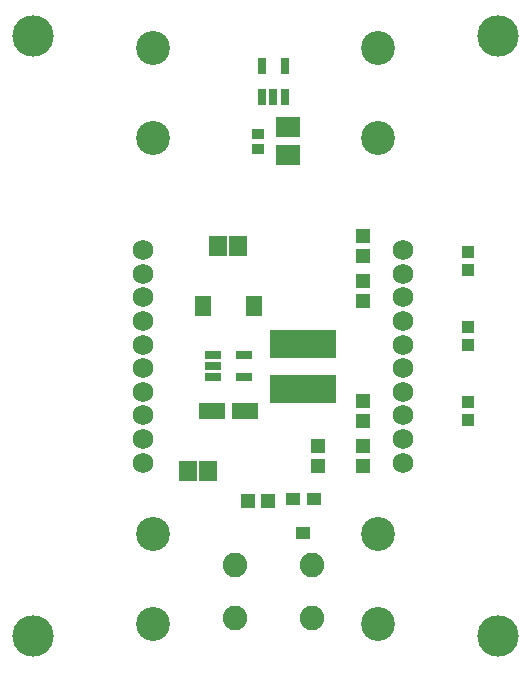
<source format=gts>
G75*
G70*
%OFA0B0*%
%FSLAX24Y24*%
%IPPOS*%
%LPD*%
%AMOC8*
5,1,8,0,0,1.08239X$1,22.5*
%
%ADD10C,0.0680*%
%ADD11R,0.0592X0.0671*%
%ADD12R,0.0580X0.0659*%
%ADD13R,0.2245X0.0926*%
%ADD14R,0.0552X0.0297*%
%ADD15R,0.0867X0.0552*%
%ADD16C,0.1130*%
%ADD17R,0.0297X0.0552*%
%ADD18R,0.0434X0.0356*%
%ADD19R,0.0789X0.0690*%
%ADD20R,0.0513X0.0474*%
%ADD21C,0.1380*%
%ADD22R,0.0395X0.0395*%
%ADD23C,0.0820*%
%ADD24R,0.0513X0.0434*%
%ADD25R,0.0474X0.0513*%
D10*
X004894Y007012D03*
X004894Y007800D03*
X004894Y008587D03*
X004894Y009375D03*
X004894Y010162D03*
X004894Y010949D03*
X004894Y011737D03*
X004894Y012524D03*
X004894Y013312D03*
X004894Y014099D03*
X013556Y014099D03*
X013556Y013312D03*
X013556Y012524D03*
X013556Y011737D03*
X013556Y010949D03*
X013556Y010162D03*
X013556Y009375D03*
X013556Y008587D03*
X013556Y007800D03*
X013556Y007012D03*
D11*
X008060Y014225D03*
X007390Y014225D03*
X007060Y006725D03*
X006390Y006725D03*
D12*
X006879Y012225D03*
X008571Y012225D03*
D13*
X010225Y010981D03*
X010225Y009469D03*
D14*
X008237Y009851D03*
X008237Y010599D03*
X007213Y010599D03*
X007213Y010225D03*
X007213Y009851D03*
D15*
X007174Y008725D03*
X008276Y008725D03*
D16*
X005225Y004625D03*
X005225Y001625D03*
X012725Y001625D03*
X012725Y004625D03*
X012725Y017825D03*
X012725Y020825D03*
X005225Y020825D03*
X005225Y017825D03*
D17*
X008851Y019213D03*
X009225Y019213D03*
X009599Y019213D03*
X009599Y020237D03*
X008851Y020237D03*
D18*
X008725Y017981D03*
X008725Y017469D03*
D19*
X009725Y017262D03*
X009725Y018188D03*
D20*
X012225Y014560D03*
X012225Y013890D03*
X012225Y013060D03*
X012225Y012390D03*
X012225Y009060D03*
X012225Y008390D03*
X012225Y007560D03*
X012225Y006890D03*
X010725Y006890D03*
X010725Y007560D03*
D21*
X001225Y001225D03*
X016725Y001225D03*
X016725Y021225D03*
X001225Y021225D03*
D22*
X015725Y014020D03*
X015725Y013430D03*
X015725Y011520D03*
X015725Y010930D03*
X015725Y009020D03*
X015725Y008430D03*
D23*
X010505Y003615D03*
X010505Y001835D03*
X007945Y001835D03*
X007945Y003615D03*
D24*
X009867Y005796D03*
X010583Y005796D03*
X010225Y004654D03*
D25*
X009060Y005725D03*
X008390Y005725D03*
M02*

</source>
